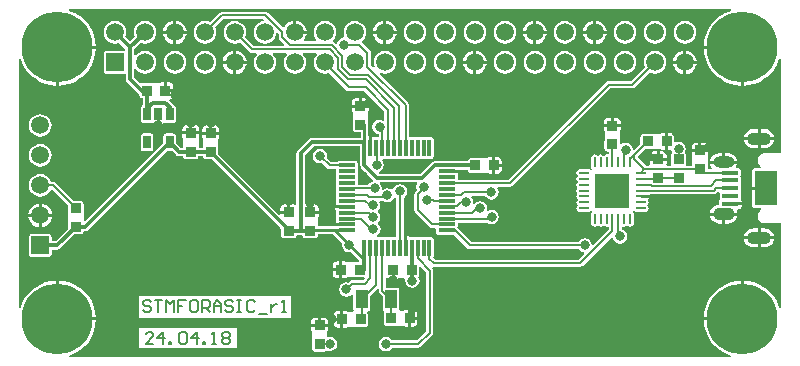
<source format=gtl>
G04 Layer_Physical_Order=1*
G04 Layer_Color=255*
%FSLAX44Y44*%
%MOMM*%
G71*
G01*
G75*
G04:AMPARAMS|DCode=10|XSize=0.9mm|YSize=0.8mm|CornerRadius=0.08mm|HoleSize=0mm|Usage=FLASHONLY|Rotation=90.000|XOffset=0mm|YOffset=0mm|HoleType=Round|Shape=RoundedRectangle|*
%AMROUNDEDRECTD10*
21,1,0.9000,0.6400,0,0,90.0*
21,1,0.7400,0.8000,0,0,90.0*
1,1,0.1600,0.3200,0.3700*
1,1,0.1600,0.3200,-0.3700*
1,1,0.1600,-0.3200,-0.3700*
1,1,0.1600,-0.3200,0.3700*
%
%ADD10ROUNDEDRECTD10*%
G04:AMPARAMS|DCode=11|XSize=0.9mm|YSize=0.8mm|CornerRadius=0.08mm|HoleSize=0mm|Usage=FLASHONLY|Rotation=0.000|XOffset=0mm|YOffset=0mm|HoleType=Round|Shape=RoundedRectangle|*
%AMROUNDEDRECTD11*
21,1,0.9000,0.6400,0,0,0.0*
21,1,0.7400,0.8000,0,0,0.0*
1,1,0.1600,0.3700,-0.3200*
1,1,0.1600,-0.3700,-0.3200*
1,1,0.1600,-0.3700,0.3200*
1,1,0.1600,0.3700,0.3200*
%
%ADD11ROUNDEDRECTD11*%
%ADD12R,1.4500X0.3000*%
%ADD13R,0.3000X1.4500*%
%ADD14O,0.2500X0.9000*%
%ADD15O,0.9000X0.2500*%
%ADD16R,3.0000X3.0000*%
%ADD17R,0.6500X1.1000*%
%ADD18R,1.0000X1.6000*%
%ADD19R,1.9000X2.9000*%
%ADD20R,1.3800X0.4000*%
%ADD21R,1.3800X0.4500*%
%ADD22C,0.2500*%
%ADD23C,0.3000*%
%ADD24C,0.2000*%
%ADD25C,0.1500*%
%ADD26C,1.5000*%
%ADD27R,1.5000X1.5000*%
%ADD28R,1.5000X1.5000*%
%ADD29O,2.0000X1.1000*%
%ADD30O,1.8000X1.1000*%
%ADD31O,1.8000X0.9500*%
%ADD32C,6.0000*%
%ADD33C,0.8000*%
G36*
X570488Y261181D02*
X569913Y261043D01*
X565182Y259083D01*
X560814Y256407D01*
X556920Y253080D01*
X553593Y249186D01*
X550917Y244818D01*
X548957Y240086D01*
X547761Y235106D01*
X547459Y231270D01*
X580000D01*
Y230000D01*
X581270D01*
Y197459D01*
X585106Y197761D01*
X590087Y198957D01*
X594818Y200917D01*
X599186Y203593D01*
X603080Y206920D01*
X606407Y210814D01*
X609083Y215182D01*
X611043Y219914D01*
X611181Y220488D01*
X612451Y220338D01*
Y140618D01*
X599050D01*
X598853Y140578D01*
X598653D01*
X597092Y140268D01*
X597092D01*
X596357Y139963D01*
X595034Y139079D01*
X594471Y138517D01*
X593587Y137194D01*
X593283Y136459D01*
X592972Y134898D01*
Y134102D01*
X592972Y134102D01*
X593283Y132542D01*
Y132541D01*
X593587Y131806D01*
X594471Y130483D01*
X595034Y129921D01*
X595290Y129749D01*
X595599Y128042D01*
X595455Y127840D01*
X590550D01*
X589560Y127643D01*
X588719Y127081D01*
X588158Y126241D01*
X587961Y125250D01*
Y112020D01*
X600051D01*
Y109480D01*
X587961D01*
Y96250D01*
X588158Y95259D01*
X588719Y94419D01*
X589560Y93857D01*
X590550Y93660D01*
X595455D01*
X595599Y93457D01*
X595290Y91751D01*
X595034Y91579D01*
X594471Y91017D01*
X593587Y89694D01*
X593283Y88959D01*
X592972Y87398D01*
Y86602D01*
X592972Y86602D01*
X593283Y85042D01*
Y85041D01*
X593587Y84306D01*
X594471Y82983D01*
X595034Y82421D01*
X596357Y81537D01*
X597092Y81232D01*
X598653Y80922D01*
X598854D01*
X599050Y80882D01*
X612451D01*
Y9662D01*
X611181Y9512D01*
X611043Y10086D01*
X609083Y14819D01*
X606407Y19186D01*
X603080Y23080D01*
X599186Y26407D01*
X594818Y29083D01*
X590087Y31043D01*
X585106Y32239D01*
X581270Y32541D01*
Y0D01*
X580000D01*
Y-1270D01*
X547459D01*
X547761Y-5106D01*
X548957Y-10086D01*
X550917Y-14819D01*
X553593Y-19186D01*
X556920Y-23080D01*
X560814Y-26407D01*
X565182Y-29083D01*
X569913Y-31043D01*
X570488Y-31181D01*
X570338Y-32451D01*
X9662D01*
X9512Y-31181D01*
X10086Y-31043D01*
X14819Y-29083D01*
X19186Y-26407D01*
X23080Y-23080D01*
X26407Y-19186D01*
X29083Y-14819D01*
X31043Y-10086D01*
X32239Y-5106D01*
X32541Y-1270D01*
X0D01*
Y0D01*
X-1270D01*
Y32541D01*
X-5106Y32239D01*
X-10086Y31043D01*
X-14819Y29083D01*
X-19186Y26407D01*
X-23080Y23080D01*
X-26407Y19186D01*
X-29083Y14819D01*
X-31043Y10086D01*
X-31181Y9512D01*
X-32451Y9662D01*
Y220338D01*
X-31181Y220488D01*
X-31043Y219914D01*
X-29083Y215182D01*
X-26407Y210814D01*
X-23080Y206920D01*
X-19186Y203593D01*
X-14819Y200917D01*
X-10086Y198957D01*
X-5106Y197761D01*
X-1270Y197459D01*
Y230000D01*
X0D01*
Y231270D01*
X32541D01*
X32239Y235106D01*
X31043Y240086D01*
X29083Y244818D01*
X26407Y249186D01*
X23080Y253080D01*
X19186Y256407D01*
X14819Y259083D01*
X10086Y261043D01*
X9512Y261181D01*
X9662Y262451D01*
X570338D01*
X570488Y261181D01*
D02*
G37*
%LPC*%
G36*
X542730Y149355D02*
X540300D01*
X538997Y149096D01*
X537892Y148358D01*
X537154Y147253D01*
X536895Y145950D01*
Y144020D01*
X542730D01*
Y149355D01*
D02*
G37*
G36*
X79250Y157039D02*
X72750D01*
X71970Y156884D01*
X71308Y156442D01*
X70866Y155780D01*
X70711Y155000D01*
Y144000D01*
X70866Y143220D01*
X71308Y142558D01*
X71970Y142116D01*
X72750Y141961D01*
X79250D01*
X80030Y142116D01*
X80692Y142558D01*
X81134Y143220D01*
X81289Y144000D01*
Y155000D01*
X81134Y155780D01*
X80692Y156442D01*
X80030Y156884D01*
X79250Y157039D01*
D02*
G37*
G36*
X547700Y149355D02*
X545270D01*
Y144020D01*
X551105D01*
Y145950D01*
X550846Y147253D01*
X550108Y148358D01*
X549003Y149096D01*
X547700Y149355D01*
D02*
G37*
G36*
X606493Y151480D02*
X595321D01*
Y144641D01*
X598550D01*
X600649Y144917D01*
X602605Y145727D01*
X604285Y147016D01*
X605573Y148695D01*
X606384Y150651D01*
X606493Y151480D01*
D02*
G37*
G36*
X592780D02*
X581608D01*
X581717Y150651D01*
X582528Y148695D01*
X583816Y147016D01*
X585496Y145727D01*
X587452Y144917D01*
X589551Y144641D01*
X592780D01*
Y151480D01*
D02*
G37*
G36*
X512450Y141855D02*
X510020D01*
Y136520D01*
X515855D01*
Y138450D01*
X515596Y139753D01*
X514858Y140858D01*
X513753Y141596D01*
X512450Y141855D01*
D02*
G37*
G36*
X372700Y137105D02*
X370770D01*
Y131270D01*
X376105D01*
Y133700D01*
X375846Y135003D01*
X375108Y136108D01*
X374003Y136846D01*
X372700Y137105D01*
D02*
G37*
G36*
X-14500Y148082D02*
X-16980Y147755D01*
X-19291Y146798D01*
X-21275Y145275D01*
X-22798Y143291D01*
X-23756Y140980D01*
X-24082Y138500D01*
X-23756Y136020D01*
X-22798Y133709D01*
X-21275Y131725D01*
X-19291Y130202D01*
X-16980Y129244D01*
X-14500Y128918D01*
X-12020Y129244D01*
X-9709Y130202D01*
X-7724Y131725D01*
X-6202Y133709D01*
X-5245Y136020D01*
X-4918Y138500D01*
X-5245Y140980D01*
X-6202Y143291D01*
X-7724Y145275D01*
X-9709Y146798D01*
X-12020Y147755D01*
X-14500Y148082D01*
D02*
G37*
G36*
X562780Y140103D02*
X559800D01*
X557897Y139852D01*
X556124Y139118D01*
X554601Y137949D01*
X553433Y136426D01*
X552698Y134653D01*
X552615Y134020D01*
X562780D01*
Y140103D01*
D02*
G37*
G36*
X507480Y141855D02*
X505050D01*
X503747Y141596D01*
X502642Y140858D01*
X501904Y139753D01*
X501645Y138450D01*
Y136520D01*
X507480D01*
Y141855D01*
D02*
G37*
G36*
X568301Y140103D02*
X565321D01*
Y134020D01*
X575486D01*
X575403Y134653D01*
X574668Y136426D01*
X573500Y137949D01*
X571977Y139118D01*
X570204Y139852D01*
X568301Y140103D01*
D02*
G37*
G36*
X592780Y160859D02*
X589551D01*
X587452Y160583D01*
X585496Y159773D01*
X583816Y158484D01*
X582528Y156805D01*
X581717Y154849D01*
X581608Y154020D01*
X592780D01*
Y160859D01*
D02*
G37*
G36*
X473450Y170355D02*
X471020D01*
Y165020D01*
X476855D01*
Y166950D01*
X476596Y168253D01*
X475858Y169358D01*
X474753Y170096D01*
X473450Y170355D01*
D02*
G37*
G36*
X468480D02*
X466050D01*
X464747Y170096D01*
X463642Y169358D01*
X462904Y168253D01*
X462645Y166950D01*
Y165020D01*
X468480D01*
Y170355D01*
D02*
G37*
G36*
X255230Y186855D02*
X252800D01*
X251497Y186596D01*
X250392Y185858D01*
X249654Y184753D01*
X249395Y183450D01*
Y181520D01*
X255230D01*
Y186855D01*
D02*
G37*
G36*
X94700Y200355D02*
X92770D01*
Y194520D01*
X98105D01*
Y196950D01*
X97846Y198253D01*
X97108Y199358D01*
X96003Y200096D01*
X94700Y200355D01*
D02*
G37*
G36*
X260200Y186855D02*
X257770D01*
Y181520D01*
X263605D01*
Y183450D01*
X263346Y184753D01*
X262608Y185858D01*
X261503Y186596D01*
X260200Y186855D01*
D02*
G37*
G36*
X116700Y164105D02*
X114270D01*
Y158770D01*
X120105D01*
Y160700D01*
X119846Y162003D01*
X119108Y163108D01*
X118003Y163846D01*
X116700Y164105D01*
D02*
G37*
G36*
X-14500Y173432D02*
X-16980Y173105D01*
X-19291Y172148D01*
X-21275Y170625D01*
X-22798Y168641D01*
X-23756Y166330D01*
X-24082Y163850D01*
X-23756Y161370D01*
X-22798Y159059D01*
X-21275Y157074D01*
X-19291Y155552D01*
X-16980Y154594D01*
X-14500Y154268D01*
X-12020Y154594D01*
X-9709Y155552D01*
X-7724Y157074D01*
X-6202Y159059D01*
X-5245Y161370D01*
X-4918Y163850D01*
X-5245Y166330D01*
X-6202Y168641D01*
X-7724Y170625D01*
X-9709Y172148D01*
X-12020Y173105D01*
X-14500Y173432D01*
D02*
G37*
G36*
X598550Y160859D02*
X595321D01*
Y154020D01*
X606493D01*
X606384Y154849D01*
X605573Y156805D01*
X604285Y158484D01*
X602605Y159773D01*
X600649Y160583D01*
X598550Y160859D01*
D02*
G37*
G36*
X128480Y163855D02*
X126050D01*
X124747Y163596D01*
X123642Y162858D01*
X122904Y161753D01*
X122645Y160450D01*
Y158520D01*
X128480D01*
Y163855D01*
D02*
G37*
G36*
X111730Y164105D02*
X109300D01*
X107997Y163846D01*
X106892Y163108D01*
X106154Y162003D01*
X105895Y160700D01*
Y158770D01*
X111730D01*
Y164105D01*
D02*
G37*
G36*
X133450Y163855D02*
X131020D01*
Y158520D01*
X136855D01*
Y160450D01*
X136596Y161753D01*
X135858Y162858D01*
X134753Y163596D01*
X133450Y163855D01*
D02*
G37*
G36*
X376105Y128730D02*
X370770D01*
Y122895D01*
X372700D01*
X374003Y123154D01*
X375108Y123892D01*
X375846Y124997D01*
X376105Y126300D01*
Y128730D01*
D02*
G37*
G36*
X1270Y32541D02*
Y1270D01*
X32541D01*
X32239Y5106D01*
X31043Y10086D01*
X29083Y14819D01*
X26407Y19186D01*
X23080Y23080D01*
X19186Y26407D01*
X14819Y29083D01*
X10086Y31043D01*
X5106Y32239D01*
X1270Y32541D01*
D02*
G37*
G36*
X239480Y6855D02*
X237550D01*
X236247Y6596D01*
X235142Y5858D01*
X234404Y4753D01*
X234145Y3450D01*
Y1020D01*
X239480D01*
Y6855D01*
D02*
G37*
G36*
X197377Y19247D02*
X68750D01*
Y584D01*
X197377D01*
Y19247D01*
D02*
G37*
G36*
X238730Y40480D02*
X233395D01*
Y38050D01*
X233654Y36747D01*
X234392Y35642D01*
X235497Y34904D01*
X236800Y34645D01*
X238730D01*
Y40480D01*
D02*
G37*
G36*
X301450Y7605D02*
X299520D01*
Y1770D01*
X304855D01*
Y4200D01*
X304596Y5503D01*
X303858Y6608D01*
X302753Y7346D01*
X301450Y7605D01*
D02*
G37*
G36*
X578730Y32541D02*
X574894Y32239D01*
X569913Y31043D01*
X565182Y29083D01*
X560814Y26407D01*
X556920Y23080D01*
X553593Y19186D01*
X550917Y14819D01*
X548957Y10086D01*
X547761Y5106D01*
X547459Y1270D01*
X578730D01*
Y32541D01*
D02*
G37*
G36*
X239480Y-1520D02*
X234145D01*
Y-3950D01*
X234404Y-5253D01*
X235142Y-6358D01*
X236247Y-7096D01*
X237550Y-7355D01*
X239480D01*
Y-1520D01*
D02*
G37*
G36*
X152250Y-7753D02*
X68750D01*
Y-24750D01*
X152250D01*
Y-7753D01*
D02*
G37*
G36*
X229105Y-6770D02*
X222000D01*
X214895D01*
Y-8700D01*
X215154Y-10003D01*
X215500Y-10521D01*
Y-17750D01*
X215500D01*
X215544Y-17803D01*
X215445Y-18300D01*
Y-24700D01*
X215662Y-25793D01*
X216281Y-26719D01*
X217208Y-27338D01*
X218300Y-27555D01*
X225700D01*
X226793Y-27338D01*
X227719Y-26719D01*
X228328Y-26598D01*
X228409Y-26652D01*
X230750Y-27118D01*
X233091Y-26652D01*
X235076Y-25326D01*
X236402Y-23341D01*
X236868Y-21000D01*
X236402Y-18659D01*
X235076Y-16674D01*
X233091Y-15348D01*
X230750Y-14883D01*
X229482Y-15135D01*
X228500Y-14329D01*
Y-10521D01*
X228846Y-10003D01*
X229105Y-8700D01*
Y-6770D01*
D02*
G37*
G36*
X225700Y1105D02*
X223270D01*
Y-4230D01*
X229105D01*
Y-2300D01*
X228846Y-997D01*
X228108Y108D01*
X227003Y846D01*
X225700Y1105D01*
D02*
G37*
G36*
X220730D02*
X218300D01*
X216997Y846D01*
X215892Y108D01*
X215154Y-997D01*
X214895Y-2300D01*
Y-4230D01*
X220730D01*
Y1105D01*
D02*
G37*
G36*
X304855Y-770D02*
X299520D01*
Y-6605D01*
X301450D01*
X302753Y-6346D01*
X303858Y-5608D01*
X304596Y-4503D01*
X304855Y-3200D01*
Y-770D01*
D02*
G37*
G36*
X575493Y87480D02*
X565321D01*
Y80641D01*
X567551D01*
X569649Y80917D01*
X571605Y81727D01*
X573285Y83016D01*
X574573Y84695D01*
X575383Y86651D01*
X575493Y87480D01*
D02*
G37*
G36*
X562780D02*
X552608D01*
X552718Y86651D01*
X553528Y84695D01*
X554816Y83016D01*
X556496Y81727D01*
X558452Y80917D01*
X560550Y80641D01*
X562780D01*
Y87480D01*
D02*
G37*
G36*
X-4541Y86430D02*
X-13230D01*
Y77741D01*
X-11879Y77918D01*
X-9437Y78930D01*
X-7339Y80539D01*
X-5730Y82637D01*
X-4718Y85079D01*
X-4541Y86430D01*
D02*
G37*
G36*
X194730Y97105D02*
X192300D01*
X190997Y96846D01*
X189892Y96108D01*
X189154Y95003D01*
X188895Y93700D01*
Y91770D01*
X194730D01*
Y97105D01*
D02*
G37*
G36*
X-13230Y97659D02*
Y88970D01*
X-4541D01*
X-4718Y90321D01*
X-5730Y92763D01*
X-7339Y94861D01*
X-9437Y96470D01*
X-11879Y97482D01*
X-13230Y97659D01*
D02*
G37*
G36*
X-15770D02*
X-17121Y97482D01*
X-19563Y96470D01*
X-21661Y94861D01*
X-23270Y92763D01*
X-24282Y90321D01*
X-24459Y88970D01*
X-15770D01*
Y97659D01*
D02*
G37*
G36*
X606493Y67480D02*
X595321D01*
Y60641D01*
X598550D01*
X600649Y60917D01*
X602605Y61727D01*
X604285Y63016D01*
X605573Y64695D01*
X606384Y66651D01*
X606493Y67480D01*
D02*
G37*
G36*
X592780D02*
X581608D01*
X581717Y66651D01*
X582528Y64695D01*
X583816Y63016D01*
X585496Y61727D01*
X587452Y60917D01*
X589551Y60641D01*
X592780D01*
Y67480D01*
D02*
G37*
G36*
X238730Y48855D02*
X236800D01*
X235497Y48596D01*
X234392Y47858D01*
X233654Y46753D01*
X233395Y45450D01*
Y43020D01*
X238730D01*
Y48855D01*
D02*
G37*
G36*
X-15770Y86430D02*
X-24459D01*
X-24282Y85079D01*
X-23270Y82637D01*
X-21661Y80539D01*
X-19563Y78930D01*
X-17121Y77918D01*
X-15770Y77741D01*
Y86430D01*
D02*
G37*
G36*
X598550Y76859D02*
X595321D01*
Y70020D01*
X606493D01*
X606384Y70849D01*
X605573Y72805D01*
X604285Y74484D01*
X602605Y75773D01*
X600649Y76583D01*
X598550Y76859D01*
D02*
G37*
G36*
X592780D02*
X589551D01*
X587452Y76583D01*
X585496Y75773D01*
X583816Y74484D01*
X582528Y72805D01*
X581717Y70849D01*
X581608Y70020D01*
X592780D01*
Y76859D01*
D02*
G37*
G36*
X32541Y228730D02*
X1270D01*
Y197459D01*
X5106Y197761D01*
X10086Y198957D01*
X14819Y200917D01*
X19186Y203593D01*
X23080Y206920D01*
X26407Y210814D01*
X29083Y215182D01*
X31043Y219914D01*
X32239Y224894D01*
X32541Y228730D01*
D02*
G37*
G36*
X302700Y252282D02*
X300220Y251956D01*
X297909Y250998D01*
X295925Y249475D01*
X294402Y247491D01*
X293445Y245180D01*
X293118Y242700D01*
X293445Y240220D01*
X294402Y237909D01*
X295925Y235924D01*
X297909Y234402D01*
X300220Y233444D01*
X302700Y233118D01*
X305180Y233444D01*
X307491Y234402D01*
X309475Y235924D01*
X310998Y237909D01*
X311956Y240220D01*
X312282Y242700D01*
X311956Y245180D01*
X310998Y247491D01*
X309475Y249475D01*
X307491Y250998D01*
X305180Y251956D01*
X302700Y252282D01*
D02*
G37*
G36*
X465059Y241430D02*
X456370D01*
Y232741D01*
X457721Y232918D01*
X460163Y233930D01*
X462261Y235539D01*
X463870Y237637D01*
X464882Y240079D01*
X465059Y241430D01*
D02*
G37*
G36*
X453830D02*
X445141D01*
X445318Y240079D01*
X446330Y237637D01*
X447939Y235539D01*
X450037Y233930D01*
X452479Y232918D01*
X453830Y232741D01*
Y241430D01*
D02*
G37*
G36*
X378900Y252282D02*
X376420Y251956D01*
X374109Y250998D01*
X372125Y249475D01*
X370602Y247491D01*
X369645Y245180D01*
X369318Y242700D01*
X369645Y240220D01*
X370602Y237909D01*
X372125Y235924D01*
X374109Y234402D01*
X376420Y233444D01*
X378900Y233118D01*
X381380Y233444D01*
X383691Y234402D01*
X385676Y235924D01*
X387198Y237909D01*
X388156Y240220D01*
X388482Y242700D01*
X388156Y245180D01*
X387198Y247491D01*
X385676Y249475D01*
X383691Y250998D01*
X381380Y251956D01*
X378900Y252282D01*
D02*
G37*
G36*
X353500D02*
X351020Y251956D01*
X348709Y250998D01*
X346725Y249475D01*
X345202Y247491D01*
X344244Y245180D01*
X343918Y242700D01*
X344244Y240220D01*
X345202Y237909D01*
X346725Y235924D01*
X348709Y234402D01*
X351020Y233444D01*
X353500Y233118D01*
X355980Y233444D01*
X358291Y234402D01*
X360275Y235924D01*
X361798Y237909D01*
X362756Y240220D01*
X363082Y242700D01*
X362756Y245180D01*
X361798Y247491D01*
X360275Y249475D01*
X358291Y250998D01*
X355980Y251956D01*
X353500Y252282D01*
D02*
G37*
G36*
X328100D02*
X325620Y251956D01*
X323309Y250998D01*
X321325Y249475D01*
X319802Y247491D01*
X318845Y245180D01*
X318518Y242700D01*
X318845Y240220D01*
X319802Y237909D01*
X321325Y235924D01*
X323309Y234402D01*
X325620Y233444D01*
X328100Y233118D01*
X330580Y233444D01*
X332891Y234402D01*
X334875Y235924D01*
X336398Y237909D01*
X337355Y240220D01*
X337682Y242700D01*
X337355Y245180D01*
X336398Y247491D01*
X334875Y249475D01*
X332891Y250998D01*
X330580Y251956D01*
X328100Y252282D01*
D02*
G37*
G36*
X453830Y252659D02*
X452479Y252482D01*
X450037Y251470D01*
X447939Y249861D01*
X446330Y247763D01*
X445318Y245321D01*
X445141Y243970D01*
X453830D01*
Y252659D01*
D02*
G37*
G36*
X456370D02*
Y243970D01*
X465059D01*
X464882Y245321D01*
X463870Y247763D01*
X462261Y249861D01*
X460163Y251470D01*
X457721Y252482D01*
X456370Y252659D01*
D02*
G37*
G36*
X175999Y260309D02*
X175999Y260309D01*
X139450D01*
X139450Y260309D01*
X138279Y260076D01*
X137287Y259413D01*
X129112Y251238D01*
X127380Y251956D01*
X124900Y252282D01*
X122420Y251956D01*
X120109Y250998D01*
X118125Y249475D01*
X116602Y247491D01*
X115645Y245180D01*
X115318Y242700D01*
X115645Y240220D01*
X116602Y237909D01*
X118125Y235924D01*
X120109Y234402D01*
X122420Y233444D01*
X124900Y233118D01*
X127380Y233444D01*
X129691Y234402D01*
X131676Y235924D01*
X133198Y237909D01*
X134156Y240220D01*
X134482Y242700D01*
X134156Y245180D01*
X133438Y246912D01*
X140717Y254191D01*
X174425D01*
X175101Y253355D01*
X174655Y252144D01*
X173220Y251956D01*
X170909Y250998D01*
X168925Y249475D01*
X167402Y247491D01*
X166444Y245180D01*
X166118Y242700D01*
X166444Y240220D01*
X167402Y237909D01*
X168925Y235924D01*
X170909Y234402D01*
X173220Y233444D01*
X175700Y233118D01*
X178180Y233444D01*
X180491Y234402D01*
X182475Y235924D01*
X183998Y237909D01*
X184956Y240220D01*
X185182Y241945D01*
X186523Y242400D01*
X187541Y241382D01*
Y238351D01*
X187541Y238351D01*
X187774Y237180D01*
X188437Y236188D01*
X192193Y232432D01*
X191707Y231259D01*
X166017D01*
X158788Y238488D01*
X159505Y240220D01*
X159832Y242700D01*
X159505Y245180D01*
X158548Y247491D01*
X157025Y249475D01*
X155041Y250998D01*
X152730Y251956D01*
X150250Y252282D01*
X147770Y251956D01*
X145459Y250998D01*
X143475Y249475D01*
X141952Y247491D01*
X140995Y245180D01*
X140668Y242700D01*
X140995Y240220D01*
X141952Y237909D01*
X143475Y235924D01*
X145459Y234402D01*
X147770Y233444D01*
X150250Y233118D01*
X152730Y233444D01*
X154462Y234162D01*
X162587Y226037D01*
X162587Y226037D01*
X163579Y225374D01*
X164750Y225141D01*
X168424D01*
X168768Y223871D01*
X167402Y222091D01*
X166444Y219780D01*
X166118Y217300D01*
X166444Y214820D01*
X167402Y212509D01*
X168925Y210525D01*
X170909Y209002D01*
X173220Y208044D01*
X175700Y207718D01*
X178180Y208044D01*
X180491Y209002D01*
X182475Y210525D01*
X183998Y212509D01*
X184956Y214820D01*
X185282Y217300D01*
X184956Y219780D01*
X183998Y222091D01*
X182632Y223871D01*
X182976Y225141D01*
X193824D01*
X194168Y223871D01*
X192802Y222091D01*
X191845Y219780D01*
X191518Y217300D01*
X191845Y214820D01*
X192802Y212509D01*
X194325Y210525D01*
X196309Y209002D01*
X198620Y208044D01*
X201100Y207718D01*
X203580Y208044D01*
X205891Y209002D01*
X207875Y210525D01*
X209398Y212509D01*
X210355Y214820D01*
X210682Y217300D01*
X210355Y219780D01*
X209398Y222091D01*
X208032Y223871D01*
X208376Y225141D01*
X219224D01*
X219568Y223871D01*
X218202Y222091D01*
X217244Y219780D01*
X216918Y217300D01*
X217244Y214820D01*
X218202Y212509D01*
X219725Y210525D01*
X221709Y209002D01*
X224020Y208044D01*
X226500Y207718D01*
X228980Y208044D01*
X230137Y208524D01*
X244574Y194087D01*
X244574Y194087D01*
X245567Y193424D01*
X246737Y193191D01*
X259733D01*
X276941Y175983D01*
Y168263D01*
X275821Y167664D01*
X275091Y168152D01*
X272750Y168617D01*
X270409Y168152D01*
X268424Y166826D01*
X267098Y164841D01*
X266632Y162500D01*
X267098Y160159D01*
X268424Y158174D01*
X270409Y156848D01*
X271942Y156543D01*
Y154401D01*
X271500Y154039D01*
X268500D01*
X268130Y153966D01*
X267491Y154392D01*
X266500Y154590D01*
X266270D01*
Y144750D01*
X263730D01*
Y154590D01*
X263500D01*
X263314Y154743D01*
Y164750D01*
X263062Y166018D01*
X263055Y166028D01*
Y167450D01*
X262956Y167946D01*
X263000Y168000D01*
X263000D01*
Y175229D01*
X263346Y175747D01*
X263605Y177050D01*
Y178980D01*
X256500D01*
X249395D01*
Y177050D01*
X249654Y175747D01*
X250000Y175229D01*
Y168000D01*
X250000D01*
X250044Y167946D01*
X249945Y167450D01*
Y161050D01*
X250163Y159958D01*
X250781Y159031D01*
X251707Y158413D01*
X252800Y158195D01*
X256686D01*
Y153569D01*
X215750D01*
X214384Y153297D01*
X213227Y152523D01*
X203477Y142773D01*
X202703Y141616D01*
X202431Y140250D01*
Y97419D01*
X201161Y96740D01*
X201003Y96846D01*
X199700Y97105D01*
X197270D01*
Y90500D01*
X196000D01*
Y89230D01*
X188895D01*
Y88948D01*
X187625Y88422D01*
X136305Y139742D01*
Y144450D01*
X136206Y144946D01*
X136250Y145000D01*
X136250D01*
Y152229D01*
X136596Y152747D01*
X136855Y154050D01*
Y155980D01*
X129750D01*
X122645D01*
Y154050D01*
X122904Y152747D01*
X123250Y152229D01*
Y145069D01*
X119500D01*
Y152479D01*
X119846Y152997D01*
X120105Y154300D01*
Y156230D01*
X105895D01*
Y154300D01*
X106154Y152997D01*
X106500Y152479D01*
Y145069D01*
X104478D01*
X100289Y149257D01*
Y155000D01*
X100134Y155780D01*
X99692Y156442D01*
X99030Y156884D01*
X98250Y157039D01*
X91750D01*
X90970Y156884D01*
X90308Y156442D01*
X89866Y155780D01*
X89711Y155000D01*
Y149257D01*
X23423Y82970D01*
X22250Y83456D01*
Y90500D01*
X22250D01*
X22246Y90505D01*
X22305Y90800D01*
Y97200D01*
X22088Y98293D01*
X21469Y99219D01*
X20543Y99838D01*
X19450Y100055D01*
X14021D01*
X-1187Y115263D01*
X-2180Y115926D01*
X-3350Y116159D01*
X-3350Y116159D01*
X-5484D01*
X-6202Y117891D01*
X-7724Y119875D01*
X-9709Y121398D01*
X-12020Y122355D01*
X-14500Y122682D01*
X-16980Y122355D01*
X-19291Y121398D01*
X-21275Y119875D01*
X-22798Y117891D01*
X-23756Y115580D01*
X-24082Y113100D01*
X-23756Y110620D01*
X-22798Y108309D01*
X-21275Y106325D01*
X-19291Y104802D01*
X-16980Y103845D01*
X-14500Y103518D01*
X-12020Y103845D01*
X-9709Y104802D01*
X-7724Y106325D01*
X-6202Y108309D01*
X-5686Y109555D01*
X-4311Y109735D01*
X9195Y96229D01*
Y90800D01*
X9254Y90505D01*
X9250Y90500D01*
X9250D01*
Y81750D01*
X9250D01*
X9294Y81697D01*
X9195Y81200D01*
Y76492D01*
X-1428Y65869D01*
X-4961D01*
Y69800D01*
X-5116Y70580D01*
X-5558Y71242D01*
X-6220Y71684D01*
X-7000Y71839D01*
X-22000D01*
X-22780Y71684D01*
X-23442Y71242D01*
X-23884Y70580D01*
X-24039Y69800D01*
Y54800D01*
X-23884Y54020D01*
X-23442Y53358D01*
X-22780Y52916D01*
X-22000Y52761D01*
X-7000D01*
X-6220Y52916D01*
X-5558Y53358D01*
X-5116Y54020D01*
X-4961Y54800D01*
Y58731D01*
X50D01*
X1416Y59003D01*
X2573Y59777D01*
X14742Y71945D01*
X19450D01*
X20543Y72162D01*
X21469Y72781D01*
X22088Y73707D01*
X22232Y74431D01*
X23500D01*
X24866Y74703D01*
X26023Y75477D01*
X92507Y141961D01*
X97492D01*
X100477Y138977D01*
X101634Y138203D01*
X103000Y137931D01*
X106518D01*
X106663Y137207D01*
X107281Y136281D01*
X108208Y135662D01*
X109300Y135445D01*
X116700D01*
X117793Y135662D01*
X118719Y136281D01*
X119338Y137207D01*
X119481Y137931D01*
X123219D01*
X123413Y136958D01*
X124031Y136031D01*
X124958Y135413D01*
X126050Y135195D01*
X130758D01*
X189445Y76508D01*
Y71300D01*
X189662Y70208D01*
X190281Y69281D01*
X191208Y68662D01*
X192300Y68445D01*
X199700D01*
X200793Y68662D01*
X201719Y69281D01*
X202337Y70208D01*
X202481Y70931D01*
X207519D01*
X207663Y70208D01*
X208281Y69281D01*
X209207Y68662D01*
X210300Y68445D01*
X217700D01*
X218792Y68662D01*
X219719Y69281D01*
X220338Y70208D01*
X220555Y71300D01*
Y71686D01*
X233377D01*
X241245Y63819D01*
X241007Y62625D01*
X241473Y60284D01*
X242799Y58299D01*
X244784Y56973D01*
X247125Y56507D01*
X248319Y56745D01*
X255489Y49575D01*
X254963Y48305D01*
X252800D01*
X252304Y48206D01*
X252250Y48250D01*
Y48250D01*
X245021D01*
X244503Y48596D01*
X243200Y48855D01*
X241270D01*
Y41750D01*
Y34645D01*
X243200D01*
X244503Y34904D01*
X245021Y35250D01*
X252250D01*
Y35250D01*
X252304Y35294D01*
X252800Y35195D01*
X259200D01*
X259666Y35288D01*
X260292Y34117D01*
X258983Y32809D01*
X249500D01*
X248330Y32576D01*
X247337Y31913D01*
X247337Y31913D01*
X246245Y30820D01*
X244750Y31117D01*
X242409Y30652D01*
X240424Y29326D01*
X239098Y27341D01*
X238633Y25000D01*
X239098Y22659D01*
X240424Y20674D01*
X242409Y19348D01*
X244750Y18882D01*
X247091Y19348D01*
X249076Y20674D01*
X249191Y20846D01*
X250461Y20461D01*
Y8500D01*
X250616Y7720D01*
X250749Y7520D01*
X250156Y6250D01*
X245771D01*
X245253Y6596D01*
X243950Y6855D01*
X242020D01*
Y-250D01*
Y-7355D01*
X243950D01*
X245253Y-7096D01*
X245771Y-6750D01*
X253000D01*
Y-6750D01*
X253053Y-6706D01*
X253550Y-6805D01*
X259950D01*
X261042Y-6587D01*
X261969Y-5969D01*
X262588Y-5042D01*
X262805Y-3950D01*
Y3450D01*
X262588Y4543D01*
X262154Y5191D01*
X262396Y6077D01*
X262691Y6499D01*
X263280Y6616D01*
X263942Y7058D01*
X264384Y7720D01*
X264539Y8500D01*
Y19213D01*
X270768Y25443D01*
X271942Y24957D01*
Y24000D01*
X271942Y24000D01*
X272174Y22829D01*
X272838Y21837D01*
X275461Y19213D01*
Y8500D01*
X275616Y7720D01*
X276058Y7058D01*
X276117Y7019D01*
X276501Y5544D01*
X276467Y5374D01*
X276413Y5293D01*
X276195Y4200D01*
Y-3200D01*
X276413Y-4293D01*
X277031Y-5219D01*
X277957Y-5838D01*
X279050Y-6055D01*
X285450D01*
X285946Y-5956D01*
X286000Y-6000D01*
Y-6000D01*
X293229D01*
X293747Y-6346D01*
X295050Y-6605D01*
X296980D01*
Y500D01*
Y7605D01*
X295050D01*
X293747Y7346D01*
X293229Y7000D01*
X290431D01*
X290221Y7144D01*
X289493Y8270D01*
X289539Y8500D01*
Y24500D01*
X289384Y25280D01*
X288942Y25942D01*
X288280Y26384D01*
X287500Y26539D01*
X278059D01*
Y34277D01*
X279329Y34850D01*
X279997Y34404D01*
X281300Y34145D01*
X283230D01*
Y41250D01*
X285770D01*
Y34145D01*
X287700D01*
X289003Y34404D01*
X289521Y34750D01*
X293829D01*
X294635Y33768D01*
X294382Y32500D01*
X294848Y30159D01*
X296174Y28174D01*
X298159Y26848D01*
X300500Y26382D01*
X302841Y26848D01*
X304826Y28174D01*
X306152Y30159D01*
X306618Y32500D01*
X306152Y34841D01*
X305712Y35499D01*
X305719Y35531D01*
X306338Y36458D01*
X306555Y37550D01*
Y43573D01*
X307825Y44099D01*
X312191Y39733D01*
Y-10483D01*
X304483Y-18191D01*
X283422D01*
X282576Y-16924D01*
X280591Y-15598D01*
X278250Y-15132D01*
X275909Y-15598D01*
X273924Y-16924D01*
X272598Y-18909D01*
X272132Y-21250D01*
X272598Y-23591D01*
X273924Y-25576D01*
X275909Y-26902D01*
X278250Y-27367D01*
X280591Y-26902D01*
X282576Y-25576D01*
X283422Y-24309D01*
X305750D01*
X305750Y-24309D01*
X306921Y-24076D01*
X307913Y-23413D01*
X317413Y-13913D01*
X318076Y-12921D01*
X318309Y-11750D01*
Y41000D01*
X318309Y41000D01*
X318076Y42171D01*
X317413Y43162D01*
X317414Y43165D01*
X318039Y44333D01*
X318750Y44191D01*
X318750Y44191D01*
X442500D01*
X442500Y44191D01*
X443671Y44424D01*
X444663Y45087D01*
X469169Y69593D01*
X470547Y69175D01*
X470848Y67659D01*
X472174Y65674D01*
X474159Y64348D01*
X476500Y63882D01*
X478841Y64348D01*
X480826Y65674D01*
X482152Y67659D01*
X482618Y70000D01*
X482152Y72341D01*
X480826Y74326D01*
X478841Y75652D01*
X478059Y75807D01*
Y77477D01*
X479329Y78320D01*
X480000Y78186D01*
X481268Y78439D01*
X482343Y79157D01*
X482657D01*
X483732Y78439D01*
X485000Y78186D01*
X486268Y78439D01*
X487343Y79157D01*
X488061Y80232D01*
X488314Y81500D01*
Y88000D01*
X488061Y89268D01*
X487343Y90343D01*
X487702Y91048D01*
X488407Y91407D01*
X489482Y90689D01*
X490750Y90436D01*
X497250D01*
X498518Y90689D01*
X499593Y91407D01*
X500311Y92482D01*
X500564Y93750D01*
X500311Y95018D01*
X499593Y96093D01*
Y96407D01*
X500311Y97482D01*
X500564Y98750D01*
X500311Y100018D01*
X499905Y100627D01*
X499982Y101018D01*
X500820Y102271D01*
X500862Y102480D01*
X494000D01*
Y105020D01*
X501153D01*
X501752Y105946D01*
X555750D01*
X556823Y106160D01*
X557733Y106767D01*
X558863Y107898D01*
X560112Y107779D01*
X560846Y106676D01*
X560811Y106500D01*
Y102000D01*
X560885Y101630D01*
X560458Y100991D01*
X560261Y100000D01*
Y96821D01*
X558452Y96583D01*
X556496Y95773D01*
X554816Y94484D01*
X553528Y92805D01*
X552718Y90849D01*
X552608Y90020D01*
X575493D01*
X575383Y90849D01*
X575056Y91640D01*
X575904Y92910D01*
X576651D01*
X577642Y93107D01*
X578482Y93669D01*
X579043Y94509D01*
X579240Y95500D01*
Y96480D01*
X569751D01*
Y99020D01*
X579240D01*
Y100000D01*
X579043Y100991D01*
X578616Y101630D01*
X578690Y102000D01*
Y106500D01*
X578535Y107280D01*
X578388Y107500D01*
X578535Y107720D01*
X578690Y108500D01*
Y113000D01*
X578535Y113780D01*
X578388Y114000D01*
X578535Y114220D01*
X578690Y115000D01*
Y119500D01*
X578535Y120280D01*
X578304Y120625D01*
X578535Y120970D01*
X578690Y121750D01*
Y125750D01*
X578535Y126530D01*
X578092Y127192D01*
X577431Y127634D01*
X576651Y127789D01*
X575118D01*
X574557Y128928D01*
X574668Y129073D01*
X575403Y130847D01*
X575486Y131480D01*
X552615D01*
X552698Y130847D01*
X553433Y129073D01*
X554196Y128079D01*
X553570Y126809D01*
X550555D01*
Y129950D01*
X550496Y130245D01*
X550500Y130250D01*
X550500D01*
Y137729D01*
X550846Y138247D01*
X551105Y139550D01*
Y141480D01*
X536895D01*
Y139550D01*
X537154Y138247D01*
X537500Y137729D01*
Y130250D01*
X536413Y129809D01*
X532500D01*
Y131500D01*
X532500D01*
X532456Y131553D01*
X532555Y132050D01*
Y138450D01*
X532337Y139543D01*
X531719Y140469D01*
X531559Y141270D01*
X531652Y141409D01*
X532118Y143750D01*
X531652Y146091D01*
X530326Y148076D01*
X528341Y149402D01*
X526000Y149867D01*
X523659Y149402D01*
X523475Y149279D01*
X522355Y149878D01*
Y153950D01*
X522096Y155253D01*
X521358Y156358D01*
X520253Y157096D01*
X518950Y157355D01*
X517020D01*
Y150250D01*
Y143145D01*
X518950D01*
X519082Y143171D01*
X520138Y142465D01*
X520348Y141409D01*
X520441Y141270D01*
X520281Y140469D01*
X519663Y139543D01*
X519445Y138450D01*
Y132050D01*
X519544Y131553D01*
X519500Y131500D01*
X519500D01*
Y129809D01*
X516497D01*
X516214Y130104D01*
X515662Y131079D01*
X515855Y132050D01*
Y133980D01*
X501645D01*
Y132050D01*
X501838Y131079D01*
X501286Y130104D01*
X501003Y129809D01*
X498267D01*
X491184Y136892D01*
Y137358D01*
X497521Y143695D01*
X502950D01*
X503245Y143754D01*
X503250Y143750D01*
Y143750D01*
X510729D01*
X511247Y143404D01*
X512550Y143145D01*
X514480D01*
Y150250D01*
Y157355D01*
X512550D01*
X511247Y157096D01*
X510729Y156750D01*
X503250D01*
Y156750D01*
X503245Y156746D01*
X502950Y156805D01*
X496550D01*
X495457Y156587D01*
X494531Y155969D01*
X493913Y155042D01*
X493695Y153950D01*
Y148521D01*
X488599Y143424D01*
X487245Y143867D01*
X486902Y145591D01*
X485576Y147576D01*
X483591Y148902D01*
X481250Y149368D01*
X478909Y148902D01*
X477575Y148011D01*
X476305Y148689D01*
Y150950D01*
X476246Y151245D01*
X476250Y151250D01*
X476250D01*
Y158729D01*
X476596Y159247D01*
X476855Y160550D01*
Y162480D01*
X462645D01*
Y160550D01*
X462904Y159247D01*
X463250Y158729D01*
Y151250D01*
X463250D01*
X463254Y151245D01*
X463195Y150950D01*
Y144550D01*
X463413Y143457D01*
X464031Y142531D01*
X464958Y141912D01*
X466050Y141695D01*
X466691D01*
Y140190D01*
X465421Y139230D01*
X465000Y139314D01*
X463732Y139061D01*
X462657Y138343D01*
X462343D01*
X461268Y139061D01*
X460000Y139314D01*
X458732Y139061D01*
X457657Y138343D01*
X457343D01*
X456268Y139061D01*
X455000Y139314D01*
X453732Y139061D01*
X452657Y138343D01*
X451939Y137268D01*
X451686Y136000D01*
Y129500D01*
X451939Y128232D01*
X452657Y127157D01*
X452297Y126453D01*
X451593Y126093D01*
X450518Y126811D01*
X449250Y127064D01*
X442750D01*
X441482Y126811D01*
X440407Y126093D01*
X439689Y125018D01*
X439436Y123750D01*
X439689Y122482D01*
X440407Y121407D01*
Y121093D01*
X439689Y120018D01*
X439436Y118750D01*
X439689Y117482D01*
X440407Y116407D01*
Y116093D01*
X439689Y115018D01*
X439436Y113750D01*
X439689Y112482D01*
X439846Y112246D01*
X440331Y111250D01*
X439846Y110254D01*
X439689Y110018D01*
X439436Y108750D01*
X439689Y107482D01*
X439846Y107246D01*
X440331Y106250D01*
X439846Y105254D01*
X439689Y105018D01*
X439436Y103750D01*
X439689Y102482D01*
X440407Y101407D01*
Y101093D01*
X439689Y100018D01*
X439436Y98750D01*
X439689Y97482D01*
X440407Y96407D01*
Y96093D01*
X439689Y95018D01*
X439436Y93750D01*
X439689Y92482D01*
X440407Y91407D01*
X441482Y90689D01*
X442750Y90436D01*
X449250D01*
X450518Y90689D01*
X451593Y91407D01*
X452297Y91047D01*
X452657Y90343D01*
X451939Y89268D01*
X451686Y88000D01*
Y81500D01*
X451939Y80232D01*
X452657Y79157D01*
X453732Y78439D01*
X455000Y78186D01*
X456268Y78439D01*
X457343Y79157D01*
X457657D01*
X458732Y78439D01*
X460000Y78186D01*
X461268Y78439D01*
X462343Y79157D01*
X462657D01*
X463732Y78439D01*
X465000Y78186D01*
X465671Y78320D01*
X466941Y77477D01*
Y76017D01*
X453790Y62866D01*
X452412Y63284D01*
X452152Y64591D01*
X450826Y66576D01*
X448841Y67902D01*
X446500Y68368D01*
X444159Y67902D01*
X442174Y66576D01*
X441328Y65309D01*
X350517D01*
X338968Y76858D01*
X338884Y77280D01*
X338737Y77500D01*
X338884Y77720D01*
X339039Y78500D01*
Y81441D01*
X364147D01*
X365409Y80598D01*
X367750Y80133D01*
X370091Y80598D01*
X372076Y81924D01*
X373402Y83909D01*
X373867Y86250D01*
X373402Y88591D01*
X372076Y90576D01*
X370091Y91902D01*
X367750Y92367D01*
X365409Y91902D01*
X364701Y91429D01*
X363558Y92192D01*
X363867Y93750D01*
X363402Y96091D01*
X362076Y98076D01*
X360091Y99402D01*
X357750Y99867D01*
X355409Y99402D01*
X353424Y98076D01*
X353146Y97659D01*
X351949Y98154D01*
X352118Y99000D01*
X351652Y101341D01*
X350596Y102921D01*
X351142Y104191D01*
X362328D01*
X363174Y102924D01*
X365159Y101598D01*
X367500Y101132D01*
X369841Y101598D01*
X371826Y102924D01*
X373152Y104909D01*
X373618Y107250D01*
X373152Y109591D01*
X372430Y110671D01*
X373109Y111941D01*
X383500D01*
X383500Y111941D01*
X384670Y112174D01*
X385663Y112837D01*
X468017Y195191D01*
X486850D01*
X486850Y195191D01*
X488021Y195424D01*
X489013Y196087D01*
X501688Y208762D01*
X503420Y208044D01*
X505900Y207718D01*
X508380Y208044D01*
X510691Y209002D01*
X512676Y210525D01*
X514198Y212509D01*
X515155Y214820D01*
X515482Y217300D01*
X515155Y219780D01*
X514198Y222091D01*
X512676Y224075D01*
X510691Y225598D01*
X508380Y226556D01*
X505900Y226882D01*
X503420Y226556D01*
X501109Y225598D01*
X499125Y224075D01*
X497602Y222091D01*
X496645Y219780D01*
X496318Y217300D01*
X496645Y214820D01*
X497362Y213088D01*
X485583Y201309D01*
X466750D01*
X466750Y201309D01*
X465579Y201076D01*
X464587Y200413D01*
X382233Y118059D01*
X339402D01*
X339039Y118500D01*
Y121500D01*
X338966Y121870D01*
X339393Y122509D01*
X339590Y123500D01*
Y123730D01*
X329750D01*
Y126270D01*
X339590D01*
Y126431D01*
X347445D01*
Y126300D01*
X347662Y125208D01*
X348281Y124281D01*
X349207Y123663D01*
X350300Y123445D01*
X356700D01*
X357196Y123544D01*
X357250Y123500D01*
Y123500D01*
X364479D01*
X364997Y123154D01*
X366300Y122895D01*
X368230D01*
Y130000D01*
Y137105D01*
X366300D01*
X364997Y136846D01*
X364479Y136500D01*
X357250D01*
Y136500D01*
X357196Y136456D01*
X356700Y136555D01*
X350300D01*
X349207Y136337D01*
X348281Y135719D01*
X347662Y134792D01*
X347445Y133700D01*
Y133569D01*
X329750D01*
X329750Y133569D01*
X329749Y133568D01*
X319500D01*
X318134Y133297D01*
X316977Y132523D01*
X307522Y123069D01*
X272782D01*
X272422Y123523D01*
X272485Y123985D01*
X272856Y125022D01*
X274589Y126181D01*
X275915Y128165D01*
X276381Y130506D01*
X275915Y132847D01*
X275018Y134191D01*
X275696Y135461D01*
X276500D01*
X277281Y135616D01*
X277500Y135763D01*
X277720Y135616D01*
X278500Y135461D01*
X281500D01*
X282281Y135616D01*
X282500Y135763D01*
X282720Y135616D01*
X283500Y135461D01*
X286500D01*
X287281Y135616D01*
X287500Y135763D01*
X287720Y135616D01*
X288500Y135461D01*
X291500D01*
X292280Y135616D01*
X292500Y135763D01*
X292720Y135616D01*
X293500Y135461D01*
X296500D01*
X297281Y135616D01*
X297500Y135763D01*
X297720Y135616D01*
X298500Y135461D01*
X301500D01*
X302280Y135616D01*
X302500Y135763D01*
X302720Y135616D01*
X303500Y135461D01*
X306500D01*
X307281Y135616D01*
X307500Y135763D01*
X307720Y135616D01*
X308500Y135461D01*
X311500D01*
X312280Y135616D01*
X312500Y135763D01*
X312720Y135616D01*
X313500Y135461D01*
X316500D01*
X317281Y135616D01*
X317942Y136058D01*
X318384Y136720D01*
X318540Y137500D01*
Y152000D01*
X318384Y152780D01*
X317942Y153442D01*
X317281Y153884D01*
X316500Y154039D01*
X313500D01*
X312720Y153884D01*
X312500Y153737D01*
X312280Y153884D01*
X311500Y154039D01*
X308500D01*
X307720Y153884D01*
X307500Y153737D01*
X307281Y153884D01*
X306500Y154039D01*
X303500D01*
X302720Y153884D01*
X302500Y153737D01*
X302280Y153884D01*
X301500Y154039D01*
X298500D01*
X298059Y154401D01*
Y181000D01*
X297826Y182170D01*
X297163Y183162D01*
X272833Y207493D01*
X273552Y208570D01*
X274820Y208044D01*
X277300Y207718D01*
X279780Y208044D01*
X282091Y209002D01*
X284076Y210525D01*
X285598Y212509D01*
X286556Y214820D01*
X286882Y217300D01*
X286556Y219780D01*
X285598Y222091D01*
X284076Y224075D01*
X282091Y225598D01*
X279780Y226556D01*
X277300Y226882D01*
X274820Y226556D01*
X272509Y225598D01*
X270525Y224075D01*
X269002Y222091D01*
X268044Y219780D01*
X267718Y217300D01*
X268044Y214820D01*
X268570Y213552D01*
X267493Y212833D01*
X265409Y214917D01*
Y225400D01*
X265409Y225400D01*
X265176Y226570D01*
X264513Y227563D01*
X264513Y227563D01*
X258131Y233944D01*
X257965Y235418D01*
X258625Y235924D01*
X260148Y237909D01*
X261105Y240220D01*
X261432Y242700D01*
X261105Y245180D01*
X260148Y247491D01*
X258625Y249475D01*
X256641Y250998D01*
X254330Y251956D01*
X251850Y252282D01*
X249370Y251956D01*
X247059Y250998D01*
X245075Y249475D01*
X243552Y247491D01*
X242595Y245180D01*
X242268Y242700D01*
X242595Y240220D01*
X243006Y239227D01*
X242118Y238051D01*
X240171Y237663D01*
X238186Y236337D01*
X236860Y234352D01*
X236695Y233521D01*
X235479Y233153D01*
X234269Y234363D01*
X233765Y234699D01*
X233604Y235104D01*
X233490Y236046D01*
X233536Y236264D01*
X234798Y237909D01*
X235756Y240220D01*
X236082Y242700D01*
X235756Y245180D01*
X234798Y247491D01*
X233276Y249475D01*
X231291Y250998D01*
X228980Y251956D01*
X226500Y252282D01*
X224020Y251956D01*
X221709Y250998D01*
X219725Y249475D01*
X218202Y247491D01*
X217244Y245180D01*
X216918Y242700D01*
X217244Y240220D01*
X218202Y237909D01*
X219261Y236529D01*
X218635Y235259D01*
X209646D01*
X209020Y236529D01*
X209870Y237637D01*
X210882Y240079D01*
X211059Y241430D01*
X201100D01*
Y242700D01*
X199830D01*
Y252659D01*
X198479Y252482D01*
X196037Y251470D01*
X193939Y249861D01*
X192330Y247763D01*
X192030Y247038D01*
X190784Y246791D01*
X178162Y259413D01*
X177170Y260076D01*
X175999Y260309D01*
D02*
G37*
G36*
X414259Y241430D02*
X405570D01*
Y232741D01*
X406921Y232918D01*
X409363Y233930D01*
X411461Y235539D01*
X413070Y237637D01*
X414082Y240079D01*
X414259Y241430D01*
D02*
G37*
G36*
X403030D02*
X394341D01*
X394518Y240079D01*
X395530Y237637D01*
X397139Y235539D01*
X399237Y233930D01*
X401679Y232918D01*
X403030Y232741D01*
Y241430D01*
D02*
G37*
G36*
X287259D02*
X278570D01*
Y232741D01*
X279921Y232918D01*
X282363Y233930D01*
X284461Y235539D01*
X286070Y237637D01*
X287082Y240079D01*
X287259Y241430D01*
D02*
G37*
G36*
X202370Y252659D02*
Y243970D01*
X211059D01*
X210882Y245321D01*
X209870Y247763D01*
X208261Y249861D01*
X206163Y251470D01*
X203721Y252482D01*
X202370Y252659D01*
D02*
G37*
G36*
X100770D02*
Y243970D01*
X109459D01*
X109282Y245321D01*
X108270Y247763D01*
X106661Y249861D01*
X104563Y251470D01*
X102121Y252482D01*
X100770Y252659D01*
D02*
G37*
G36*
X98230D02*
X96879Y252482D01*
X94437Y251470D01*
X92339Y249861D01*
X90730Y247763D01*
X89719Y245321D01*
X89541Y243970D01*
X98230D01*
Y252659D01*
D02*
G37*
G36*
X403030D02*
X401679Y252482D01*
X399237Y251470D01*
X397139Y249861D01*
X395530Y247763D01*
X394518Y245321D01*
X394341Y243970D01*
X403030D01*
Y252659D01*
D02*
G37*
G36*
X278570D02*
Y243970D01*
X287259D01*
X287082Y245321D01*
X286070Y247763D01*
X284461Y249861D01*
X282363Y251470D01*
X279921Y252482D01*
X278570Y252659D01*
D02*
G37*
G36*
X276030D02*
X274679Y252482D01*
X272237Y251470D01*
X270139Y249861D01*
X268530Y247763D01*
X267518Y245321D01*
X267341Y243970D01*
X276030D01*
Y252659D01*
D02*
G37*
G36*
X405570D02*
Y243970D01*
X414259D01*
X414082Y245321D01*
X413070Y247763D01*
X411461Y249861D01*
X409363Y251470D01*
X406921Y252482D01*
X405570Y252659D01*
D02*
G37*
G36*
X480500Y252282D02*
X478020Y251956D01*
X475709Y250998D01*
X473725Y249475D01*
X472202Y247491D01*
X471245Y245180D01*
X470918Y242700D01*
X471245Y240220D01*
X472202Y237909D01*
X473725Y235924D01*
X475709Y234402D01*
X478020Y233444D01*
X480500Y233118D01*
X482980Y233444D01*
X485291Y234402D01*
X487276Y235924D01*
X488798Y237909D01*
X489756Y240220D01*
X490082Y242700D01*
X489756Y245180D01*
X488798Y247491D01*
X487276Y249475D01*
X485291Y250998D01*
X482980Y251956D01*
X480500Y252282D01*
D02*
G37*
G36*
X429650D02*
X427170Y251956D01*
X424859Y250998D01*
X422874Y249475D01*
X421352Y247491D01*
X420395Y245180D01*
X420068Y242700D01*
X420395Y240220D01*
X421352Y237909D01*
X422874Y235924D01*
X424859Y234402D01*
X427170Y233444D01*
X429650Y233118D01*
X432130Y233444D01*
X434441Y234402D01*
X436425Y235924D01*
X437948Y237909D01*
X438905Y240220D01*
X439232Y242700D01*
X438905Y245180D01*
X437948Y247491D01*
X436425Y249475D01*
X434441Y250998D01*
X432130Y251956D01*
X429650Y252282D01*
D02*
G37*
G36*
X74100D02*
X71620Y251956D01*
X69309Y250998D01*
X67325Y249475D01*
X65802Y247491D01*
X64844Y245180D01*
X64518Y242700D01*
X64844Y240220D01*
X65409Y238856D01*
X61500Y234947D01*
X57449Y238998D01*
X57955Y240220D01*
X58282Y242700D01*
X57955Y245180D01*
X56998Y247491D01*
X55476Y249475D01*
X53491Y250998D01*
X51180Y251956D01*
X48700Y252282D01*
X46220Y251956D01*
X43909Y250998D01*
X41925Y249475D01*
X40402Y247491D01*
X39444Y245180D01*
X39118Y242700D01*
X39444Y240220D01*
X40402Y237909D01*
X41925Y235924D01*
X43909Y234402D01*
X46220Y233444D01*
X48700Y233118D01*
X51180Y233444D01*
X52402Y233951D01*
X57635Y228718D01*
X57625Y227515D01*
X56583Y226763D01*
X56200Y226839D01*
X41200D01*
X40420Y226684D01*
X39758Y226242D01*
X39316Y225580D01*
X39161Y224800D01*
Y209800D01*
X39316Y209020D01*
X39758Y208358D01*
X40420Y207916D01*
X41200Y207761D01*
X56200D01*
X56661Y207853D01*
X57623Y207313D01*
X57931Y207024D01*
Y203000D01*
X58203Y201634D01*
X58977Y200477D01*
X69445Y190008D01*
Y189550D01*
X69662Y188458D01*
X70281Y187531D01*
X71207Y186912D01*
X72300Y186695D01*
X72431D01*
Y180976D01*
X71970Y180884D01*
X71308Y180442D01*
X70866Y179780D01*
X70711Y179000D01*
Y168000D01*
X70866Y167220D01*
X71308Y166558D01*
X71970Y166116D01*
X72750Y165961D01*
X79250D01*
X80030Y166116D01*
X80323Y166312D01*
X80419Y166169D01*
X81259Y165607D01*
X82250Y165410D01*
X84230D01*
Y173500D01*
X86770D01*
Y165410D01*
X88750D01*
X89741Y165607D01*
X90581Y166169D01*
X90677Y166312D01*
X90970Y166116D01*
X91750Y165961D01*
X98250D01*
X99030Y166116D01*
X99692Y166558D01*
X100134Y167220D01*
X100289Y168000D01*
Y179000D01*
X100134Y179780D01*
X99692Y180442D01*
X99030Y180884D01*
X98250Y181039D01*
X98181D01*
X97523Y182023D01*
X94672Y184875D01*
X94680Y185220D01*
X95115Y186227D01*
X96003Y186404D01*
X97108Y187142D01*
X97846Y188247D01*
X98105Y189550D01*
Y191980D01*
X91500D01*
Y193250D01*
X90230D01*
Y200355D01*
X88300D01*
X86997Y200096D01*
X86479Y199750D01*
X79250D01*
Y199750D01*
X79197Y199706D01*
X78700Y199805D01*
X72300D01*
X71207Y199587D01*
X70459Y199088D01*
X65069Y204478D01*
Y211378D01*
X66339Y211810D01*
X67325Y210525D01*
X69309Y209002D01*
X71620Y208044D01*
X74100Y207718D01*
X76580Y208044D01*
X78891Y209002D01*
X80876Y210525D01*
X82398Y212509D01*
X83356Y214820D01*
X83682Y217300D01*
X83356Y219780D01*
X82398Y222091D01*
X80876Y224075D01*
X78891Y225598D01*
X76580Y226556D01*
X74100Y226882D01*
X71620Y226556D01*
X69309Y225598D01*
X67325Y224075D01*
X66339Y222791D01*
X65069Y223222D01*
Y228422D01*
X70539Y233892D01*
X71620Y233444D01*
X74100Y233118D01*
X76580Y233444D01*
X78891Y234402D01*
X80876Y235924D01*
X82398Y237909D01*
X83356Y240220D01*
X83682Y242700D01*
X83356Y245180D01*
X82398Y247491D01*
X80876Y249475D01*
X78891Y250998D01*
X76580Y251956D01*
X74100Y252282D01*
D02*
G37*
G36*
X531300D02*
X528820Y251956D01*
X526509Y250998D01*
X524525Y249475D01*
X523002Y247491D01*
X522044Y245180D01*
X521718Y242700D01*
X522044Y240220D01*
X523002Y237909D01*
X524525Y235924D01*
X526509Y234402D01*
X528820Y233444D01*
X531300Y233118D01*
X533780Y233444D01*
X536091Y234402D01*
X538075Y235924D01*
X539598Y237909D01*
X540555Y240220D01*
X540882Y242700D01*
X540555Y245180D01*
X539598Y247491D01*
X538075Y249475D01*
X536091Y250998D01*
X533780Y251956D01*
X531300Y252282D01*
D02*
G37*
G36*
X505900D02*
X503420Y251956D01*
X501109Y250998D01*
X499125Y249475D01*
X497602Y247491D01*
X496645Y245180D01*
X496318Y242700D01*
X496645Y240220D01*
X497602Y237909D01*
X499125Y235924D01*
X501109Y234402D01*
X503420Y233444D01*
X505900Y233118D01*
X508380Y233444D01*
X510691Y234402D01*
X512676Y235924D01*
X514198Y237909D01*
X515155Y240220D01*
X515482Y242700D01*
X515155Y245180D01*
X514198Y247491D01*
X512676Y249475D01*
X510691Y250998D01*
X508380Y251956D01*
X505900Y252282D01*
D02*
G37*
G36*
X276030Y241430D02*
X267341D01*
X267518Y240079D01*
X268530Y237637D01*
X270139Y235539D01*
X272237Y233930D01*
X274679Y232918D01*
X276030Y232741D01*
Y241430D01*
D02*
G37*
G36*
X124900Y226882D02*
X122420Y226556D01*
X120109Y225598D01*
X118125Y224075D01*
X116602Y222091D01*
X115645Y219780D01*
X115318Y217300D01*
X115645Y214820D01*
X116602Y212509D01*
X118125Y210525D01*
X120109Y209002D01*
X122420Y208044D01*
X124900Y207718D01*
X127380Y208044D01*
X129691Y209002D01*
X131676Y210525D01*
X133198Y212509D01*
X134156Y214820D01*
X134482Y217300D01*
X134156Y219780D01*
X133198Y222091D01*
X131676Y224075D01*
X129691Y225598D01*
X127380Y226556D01*
X124900Y226882D01*
D02*
G37*
G36*
X99500D02*
X97020Y226556D01*
X94709Y225598D01*
X92725Y224075D01*
X91202Y222091D01*
X90245Y219780D01*
X89918Y217300D01*
X90245Y214820D01*
X91202Y212509D01*
X92725Y210525D01*
X94709Y209002D01*
X97020Y208044D01*
X99500Y207718D01*
X101980Y208044D01*
X104291Y209002D01*
X106276Y210525D01*
X107798Y212509D01*
X108756Y214820D01*
X109082Y217300D01*
X108756Y219780D01*
X107798Y222091D01*
X106276Y224075D01*
X104291Y225598D01*
X101980Y226556D01*
X99500Y226882D01*
D02*
G37*
G36*
X541259Y216030D02*
X532570D01*
Y207341D01*
X533921Y207518D01*
X536363Y208530D01*
X538461Y210139D01*
X540070Y212237D01*
X541082Y214679D01*
X541259Y216030D01*
D02*
G37*
G36*
X378900Y226882D02*
X376420Y226556D01*
X374109Y225598D01*
X372125Y224075D01*
X370602Y222091D01*
X369645Y219780D01*
X369318Y217300D01*
X369645Y214820D01*
X370602Y212509D01*
X372125Y210525D01*
X374109Y209002D01*
X376420Y208044D01*
X378900Y207718D01*
X381380Y208044D01*
X383691Y209002D01*
X385676Y210525D01*
X387198Y212509D01*
X388156Y214820D01*
X388482Y217300D01*
X388156Y219780D01*
X387198Y222091D01*
X385676Y224075D01*
X383691Y225598D01*
X381380Y226556D01*
X378900Y226882D01*
D02*
G37*
G36*
X328100D02*
X325620Y226556D01*
X323309Y225598D01*
X321325Y224075D01*
X319802Y222091D01*
X318845Y219780D01*
X318518Y217300D01*
X318845Y214820D01*
X319802Y212509D01*
X321325Y210525D01*
X323309Y209002D01*
X325620Y208044D01*
X328100Y207718D01*
X330580Y208044D01*
X332891Y209002D01*
X334875Y210525D01*
X336398Y212509D01*
X337355Y214820D01*
X337682Y217300D01*
X337355Y219780D01*
X336398Y222091D01*
X334875Y224075D01*
X332891Y225598D01*
X330580Y226556D01*
X328100Y226882D01*
D02*
G37*
G36*
X302700D02*
X300220Y226556D01*
X297909Y225598D01*
X295925Y224075D01*
X294402Y222091D01*
X293445Y219780D01*
X293118Y217300D01*
X293445Y214820D01*
X294402Y212509D01*
X295925Y210525D01*
X297909Y209002D01*
X300220Y208044D01*
X302700Y207718D01*
X305180Y208044D01*
X307491Y209002D01*
X309475Y210525D01*
X310998Y212509D01*
X311956Y214820D01*
X312282Y217300D01*
X311956Y219780D01*
X310998Y222091D01*
X309475Y224075D01*
X307491Y225598D01*
X305180Y226556D01*
X302700Y226882D01*
D02*
G37*
G36*
X160209Y216030D02*
X151520D01*
Y207341D01*
X152871Y207518D01*
X155313Y208530D01*
X157411Y210139D01*
X159020Y212237D01*
X160032Y214679D01*
X160209Y216030D01*
D02*
G37*
G36*
X148980D02*
X140291D01*
X140468Y214679D01*
X141480Y212237D01*
X143089Y210139D01*
X145187Y208530D01*
X147629Y207518D01*
X148980Y207341D01*
Y216030D01*
D02*
G37*
G36*
X578730Y228730D02*
X547459D01*
X547761Y224894D01*
X548957Y219914D01*
X550917Y215182D01*
X553593Y210814D01*
X556920Y206920D01*
X560814Y203593D01*
X565182Y200917D01*
X569913Y198957D01*
X574894Y197761D01*
X578730Y197459D01*
Y228730D01*
D02*
G37*
G36*
X530030Y216030D02*
X521341D01*
X521518Y214679D01*
X522530Y212237D01*
X524139Y210139D01*
X526237Y208530D01*
X528679Y207518D01*
X530030Y207341D01*
Y216030D01*
D02*
G37*
G36*
X363459D02*
X354770D01*
Y207341D01*
X356121Y207518D01*
X358563Y208530D01*
X360661Y210139D01*
X362270Y212237D01*
X363282Y214679D01*
X363459Y216030D01*
D02*
G37*
G36*
X352230D02*
X343541D01*
X343718Y214679D01*
X344730Y212237D01*
X346339Y210139D01*
X348437Y208530D01*
X350879Y207518D01*
X352230Y207341D01*
Y216030D01*
D02*
G37*
G36*
X530030Y227259D02*
X528679Y227082D01*
X526237Y226070D01*
X524139Y224461D01*
X522530Y222363D01*
X521518Y219921D01*
X521341Y218570D01*
X530030D01*
Y227259D01*
D02*
G37*
G36*
X354770D02*
Y218570D01*
X363459D01*
X363282Y219921D01*
X362270Y222363D01*
X360661Y224461D01*
X358563Y226070D01*
X356121Y227082D01*
X354770Y227259D01*
D02*
G37*
G36*
X352230D02*
X350879Y227082D01*
X348437Y226070D01*
X346339Y224461D01*
X344730Y222363D01*
X343718Y219921D01*
X343541Y218570D01*
X352230D01*
Y227259D01*
D02*
G37*
G36*
X109459Y241430D02*
X100770D01*
Y232741D01*
X102121Y232918D01*
X104563Y233930D01*
X106661Y235539D01*
X108270Y237637D01*
X109282Y240079D01*
X109459Y241430D01*
D02*
G37*
G36*
X98230D02*
X89541D01*
X89719Y240079D01*
X90730Y237637D01*
X92339Y235539D01*
X94437Y233930D01*
X96879Y232918D01*
X98230Y232741D01*
Y241430D01*
D02*
G37*
G36*
X532570Y227259D02*
Y218570D01*
X541259D01*
X541082Y219921D01*
X540070Y222363D01*
X538461Y224461D01*
X536363Y226070D01*
X533921Y227082D01*
X532570Y227259D01*
D02*
G37*
G36*
X455100Y226882D02*
X452620Y226556D01*
X450309Y225598D01*
X448325Y224075D01*
X446802Y222091D01*
X445844Y219780D01*
X445518Y217300D01*
X445844Y214820D01*
X446802Y212509D01*
X448325Y210525D01*
X450309Y209002D01*
X452620Y208044D01*
X455100Y207718D01*
X457580Y208044D01*
X459891Y209002D01*
X461875Y210525D01*
X463398Y212509D01*
X464356Y214820D01*
X464682Y217300D01*
X464356Y219780D01*
X463398Y222091D01*
X461875Y224075D01*
X459891Y225598D01*
X457580Y226556D01*
X455100Y226882D01*
D02*
G37*
G36*
X429650D02*
X427170Y226556D01*
X424859Y225598D01*
X422874Y224075D01*
X421352Y222091D01*
X420395Y219780D01*
X420068Y217300D01*
X420395Y214820D01*
X421352Y212509D01*
X422874Y210525D01*
X424859Y209002D01*
X427170Y208044D01*
X429650Y207718D01*
X432130Y208044D01*
X434441Y209002D01*
X436425Y210525D01*
X437948Y212509D01*
X438905Y214820D01*
X439232Y217300D01*
X438905Y219780D01*
X437948Y222091D01*
X436425Y224075D01*
X434441Y225598D01*
X432130Y226556D01*
X429650Y226882D01*
D02*
G37*
G36*
X404300D02*
X401820Y226556D01*
X399509Y225598D01*
X397525Y224075D01*
X396002Y222091D01*
X395045Y219780D01*
X394718Y217300D01*
X395045Y214820D01*
X396002Y212509D01*
X397525Y210525D01*
X399509Y209002D01*
X401820Y208044D01*
X404300Y207718D01*
X406780Y208044D01*
X409091Y209002D01*
X411076Y210525D01*
X412598Y212509D01*
X413555Y214820D01*
X413882Y217300D01*
X413555Y219780D01*
X412598Y222091D01*
X411076Y224075D01*
X409091Y225598D01*
X406780Y226556D01*
X404300Y226882D01*
D02*
G37*
G36*
X151520Y227259D02*
Y218570D01*
X160209D01*
X160032Y219921D01*
X159020Y222363D01*
X157411Y224461D01*
X155313Y226070D01*
X152871Y227082D01*
X151520Y227259D01*
D02*
G37*
G36*
X148980D02*
X147629Y227082D01*
X145187Y226070D01*
X143089Y224461D01*
X141480Y222363D01*
X140468Y219921D01*
X140291Y218570D01*
X148980D01*
Y227259D01*
D02*
G37*
G36*
X480500Y226882D02*
X478020Y226556D01*
X475709Y225598D01*
X473725Y224075D01*
X472202Y222091D01*
X471245Y219780D01*
X470918Y217300D01*
X471245Y214820D01*
X472202Y212509D01*
X473725Y210525D01*
X475709Y209002D01*
X478020Y208044D01*
X480500Y207718D01*
X482980Y208044D01*
X485291Y209002D01*
X487276Y210525D01*
X488798Y212509D01*
X489756Y214820D01*
X490082Y217300D01*
X489756Y219780D01*
X488798Y222091D01*
X487276Y224075D01*
X485291Y225598D01*
X482980Y226556D01*
X480500Y226882D01*
D02*
G37*
%LPD*%
G36*
X286406Y102204D02*
X286941Y101846D01*
Y69901D01*
X286500Y69539D01*
X283500D01*
X282720Y69384D01*
X282500Y69237D01*
X282281Y69384D01*
X281500Y69539D01*
X278500D01*
X277720Y69384D01*
X277500Y69237D01*
X277281Y69384D01*
X276500Y69539D01*
X273500D01*
X272720Y69384D01*
X272500Y69237D01*
X272281Y69384D01*
X271500Y69539D01*
X270924D01*
X270539Y70809D01*
X271839Y71678D01*
X273165Y73663D01*
X273631Y76004D01*
X273165Y78345D01*
X271839Y80330D01*
X271464Y80580D01*
Y81637D01*
X271626Y81999D01*
X272902Y83909D01*
X273368Y86250D01*
X272902Y88591D01*
X271576Y90576D01*
X271520Y90613D01*
Y91624D01*
X271665Y92043D01*
X272915Y93914D01*
X273381Y96255D01*
X272915Y98596D01*
X272594Y99076D01*
X273193Y100196D01*
X275516D01*
X277159Y99098D01*
X279500Y98632D01*
X281841Y99098D01*
X283826Y100424D01*
X285152Y102409D01*
X286406Y102204D01*
D02*
G37*
G36*
X256461Y144898D02*
X256432Y144750D01*
Y130106D01*
X256703Y128741D01*
X257477Y127583D01*
X267372Y117688D01*
X266954Y116310D01*
X266159Y116152D01*
X264174Y114826D01*
X263328Y113559D01*
X254540D01*
Y116500D01*
X254384Y117280D01*
X254237Y117500D01*
X254384Y117720D01*
X254540Y118500D01*
Y121500D01*
X254384Y122281D01*
X254238Y122500D01*
X254384Y122719D01*
X254540Y123500D01*
Y126500D01*
X254384Y127280D01*
X254237Y127500D01*
X254384Y127720D01*
X254540Y128500D01*
Y131500D01*
X254384Y132280D01*
X253942Y132942D01*
X253281Y133384D01*
X252500Y133539D01*
X238000D01*
X237220Y133384D01*
X236733Y133059D01*
X231767D01*
X228320Y136505D01*
X228618Y138000D01*
X228152Y140341D01*
X226826Y142326D01*
X224841Y143652D01*
X222500Y144117D01*
X220159Y143652D01*
X218174Y142326D01*
X216848Y140341D01*
X216383Y138000D01*
X216848Y135659D01*
X218174Y133674D01*
X220159Y132348D01*
X222500Y131882D01*
X223995Y132180D01*
X228337Y127837D01*
X229329Y127174D01*
X230500Y126941D01*
X230500Y126941D01*
X235599D01*
X235961Y126500D01*
Y123500D01*
X236116Y122719D01*
X236263Y122500D01*
X236116Y122281D01*
X235961Y121500D01*
Y118500D01*
X236116Y117720D01*
X236263Y117500D01*
X236116Y117280D01*
X235961Y116500D01*
Y113500D01*
X236116Y112719D01*
X236263Y112500D01*
X236116Y112281D01*
X235961Y111500D01*
Y108500D01*
X236116Y107720D01*
X236263Y107500D01*
X236116Y107280D01*
X235961Y106500D01*
Y103500D01*
X236116Y102719D01*
X236263Y102500D01*
X236116Y102281D01*
X235961Y101500D01*
Y98500D01*
X236035Y98130D01*
X235608Y97491D01*
X235411Y96500D01*
Y96270D01*
X245250D01*
Y93730D01*
X235411D01*
Y93500D01*
X235608Y92509D01*
X236035Y91870D01*
X235961Y91500D01*
Y88500D01*
X236116Y87720D01*
X236263Y87500D01*
X236116Y87280D01*
X235961Y86500D01*
Y83500D01*
X236035Y83130D01*
X235608Y82491D01*
X235411Y81500D01*
Y81270D01*
X245250D01*
Y78730D01*
X235411D01*
Y78500D01*
X235257Y78314D01*
X220500D01*
Y85479D01*
X220846Y85997D01*
X221105Y87300D01*
Y89230D01*
X214000D01*
Y90500D01*
X212730D01*
Y97105D01*
X210300D01*
X209569Y97706D01*
Y138772D01*
X217228Y146431D01*
X256461D01*
Y144898D01*
D02*
G37*
G36*
X304829Y114811D02*
X304348Y114091D01*
X303883Y111750D01*
X304348Y109409D01*
X304454Y109250D01*
X303087Y107882D01*
X302424Y106890D01*
X302191Y105719D01*
X302191Y105719D01*
Y92250D01*
X302191Y92250D01*
X302424Y91080D01*
X303087Y90087D01*
X315337Y77837D01*
X315337Y77837D01*
X316329Y77174D01*
X317500Y76941D01*
X317500Y76941D01*
X320098D01*
X320461Y76500D01*
Y73500D01*
X320616Y72720D01*
X321058Y72058D01*
X321720Y71616D01*
X322500Y71461D01*
X335714D01*
X347087Y60087D01*
X348079Y59424D01*
X349250Y59191D01*
X441328D01*
X442174Y57924D01*
X444159Y56598D01*
X445466Y56338D01*
X445884Y54960D01*
X441233Y50309D01*
X320017D01*
X318273Y52053D01*
X318384Y52220D01*
X318540Y53000D01*
Y67500D01*
X318384Y68281D01*
X317942Y68942D01*
X317281Y69384D01*
X316500Y69539D01*
X313500D01*
X312720Y69384D01*
X312500Y69237D01*
X312280Y69384D01*
X311500Y69539D01*
X308500D01*
X307720Y69384D01*
X307500Y69237D01*
X307281Y69384D01*
X306500Y69539D01*
X303500D01*
X302720Y69384D01*
X302500Y69237D01*
X302280Y69384D01*
X301500Y69539D01*
X298500D01*
X298130Y69466D01*
X297491Y69893D01*
X296500Y70090D01*
X296270D01*
Y60250D01*
X293730D01*
Y70090D01*
X293500D01*
X293059Y70452D01*
Y102828D01*
X294326Y103674D01*
X295652Y105659D01*
X296118Y108000D01*
X295652Y110341D01*
X294326Y112326D01*
X292341Y113652D01*
X290000Y114118D01*
X287659Y113652D01*
X285674Y112326D01*
X284348Y110341D01*
X284333Y110264D01*
X282922Y109680D01*
X281841Y110402D01*
X279500Y110868D01*
X277159Y110402D01*
X275699Y109426D01*
X274556Y110190D01*
X274618Y110500D01*
X274152Y112841D01*
X272936Y114661D01*
X273283Y115931D01*
X304231D01*
X304829Y114811D01*
D02*
G37*
%LPC*%
G36*
X217700Y97105D02*
X215270D01*
Y91770D01*
X221105D01*
Y93700D01*
X220846Y95003D01*
X220108Y96108D01*
X219003Y96846D01*
X217700Y97105D01*
D02*
G37*
%LPD*%
D10*
X75500Y193250D02*
D03*
X91500D02*
D03*
X256750Y-250D02*
D03*
X240750D02*
D03*
X256000Y41750D02*
D03*
X240000D02*
D03*
X282250Y500D02*
D03*
X298250D02*
D03*
X300500Y41250D02*
D03*
X284500D02*
D03*
X353500Y130000D02*
D03*
X369500D02*
D03*
X515750Y150250D02*
D03*
X499750D02*
D03*
D11*
X113000Y157500D02*
D03*
Y141500D02*
D03*
X129750Y141250D02*
D03*
Y157250D02*
D03*
X214000Y74500D02*
D03*
Y90500D02*
D03*
X256500Y164250D02*
D03*
Y180250D02*
D03*
X15750Y94000D02*
D03*
Y78000D02*
D03*
X196000Y90500D02*
D03*
Y74500D02*
D03*
X222000Y-5500D02*
D03*
Y-21500D02*
D03*
X508750Y135250D02*
D03*
Y119250D02*
D03*
X526000D02*
D03*
Y135250D02*
D03*
X469750Y147750D02*
D03*
Y163750D02*
D03*
X544000Y142750D02*
D03*
Y126750D02*
D03*
D12*
X245250Y75000D02*
D03*
Y80000D02*
D03*
Y85000D02*
D03*
Y90000D02*
D03*
Y95000D02*
D03*
Y100000D02*
D03*
Y105000D02*
D03*
Y110000D02*
D03*
Y115000D02*
D03*
Y120000D02*
D03*
Y125000D02*
D03*
Y130000D02*
D03*
X329750D02*
D03*
Y125000D02*
D03*
Y120000D02*
D03*
Y115000D02*
D03*
Y110000D02*
D03*
Y105000D02*
D03*
Y100000D02*
D03*
Y95000D02*
D03*
Y90000D02*
D03*
Y85000D02*
D03*
Y80000D02*
D03*
Y75000D02*
D03*
D13*
X260000Y144750D02*
D03*
X265000D02*
D03*
X270000D02*
D03*
X275000D02*
D03*
X280000D02*
D03*
X285000D02*
D03*
X290000D02*
D03*
X295000D02*
D03*
X300000D02*
D03*
X305000D02*
D03*
X310000D02*
D03*
X315000D02*
D03*
Y60250D02*
D03*
X310000D02*
D03*
X305000D02*
D03*
X300000D02*
D03*
X295000D02*
D03*
X290000D02*
D03*
X285000D02*
D03*
X280000D02*
D03*
X275000D02*
D03*
X270000D02*
D03*
X265000D02*
D03*
X260000D02*
D03*
D14*
X485000Y84750D02*
D03*
X480000D02*
D03*
X475000D02*
D03*
X470000D02*
D03*
X465000D02*
D03*
X460000D02*
D03*
X455000D02*
D03*
Y132750D02*
D03*
X460000D02*
D03*
X465000D02*
D03*
X470000D02*
D03*
X475000D02*
D03*
X480000D02*
D03*
X485000D02*
D03*
D15*
X446000Y93750D02*
D03*
Y98750D02*
D03*
Y103750D02*
D03*
Y108750D02*
D03*
Y113750D02*
D03*
Y118750D02*
D03*
Y123750D02*
D03*
X494000D02*
D03*
Y118750D02*
D03*
Y113750D02*
D03*
Y108750D02*
D03*
Y103750D02*
D03*
Y98750D02*
D03*
Y93750D02*
D03*
D16*
X470000Y108750D02*
D03*
D17*
X95000Y173500D02*
D03*
X85500D02*
D03*
X76000D02*
D03*
Y149500D02*
D03*
X95000D02*
D03*
D18*
X282500Y16500D02*
D03*
X257500D02*
D03*
D19*
X600051Y110750D02*
D03*
D20*
X569751Y123750D02*
D03*
D21*
Y104250D02*
D03*
Y97750D02*
D03*
Y117250D02*
D03*
Y110750D02*
D03*
D22*
X234750Y75000D02*
X247125Y62625D01*
X258500Y51250D01*
X260000Y149000D02*
Y164750D01*
X234750Y75000D02*
X245250D01*
X214500D02*
X234750D01*
X258500Y51250D02*
X260000D01*
X214000Y74500D02*
X214500Y75000D01*
X129500Y141500D02*
X129750Y141250D01*
X196000Y74500D02*
Y75000D01*
D23*
X300500Y32500D02*
Y41250D01*
X329750Y130000D02*
X329750Y130000D01*
X319500Y130000D02*
X329750D01*
X309000Y119500D02*
X319500Y130000D01*
X270607Y119500D02*
X309000D01*
X260000Y130106D02*
X270607Y119500D01*
X260000Y130106D02*
Y144750D01*
X206000Y74500D02*
X214000D01*
X196000D02*
X206000D01*
X259000Y150000D02*
X260000Y149000D01*
X215750Y150000D02*
X259000D01*
X206000Y140250D02*
X215750Y150000D01*
X206000Y74500D02*
Y140250D01*
X260000Y51250D02*
Y60250D01*
Y42000D02*
Y51250D01*
X259500Y41500D02*
X260000Y42000D01*
X76000Y178250D02*
Y188500D01*
X95000Y173500D02*
Y179500D01*
X91250Y183250D02*
X95000Y179500D01*
X81000Y183250D02*
X91250D01*
X76000Y178250D02*
X81000Y183250D01*
X76000Y173500D02*
Y178250D01*
X61500Y203000D02*
X76000Y188500D01*
X74100Y242500D02*
Y242700D01*
X103000Y141500D02*
X113000D01*
X300000Y41750D02*
X300500Y41250D01*
X329750Y130000D02*
X329750Y130000D01*
X50Y62300D02*
X15750Y78000D01*
X61500Y203000D02*
Y229900D01*
X74100Y242500D01*
X300000Y41750D02*
Y60250D01*
X-14500Y62300D02*
X50D01*
X15750Y78000D02*
X23500D01*
X95000Y149500D02*
X103000Y141500D01*
X329750Y130000D02*
X353500D01*
X113000Y141500D02*
X129500D01*
X48700Y242700D02*
X61500Y229900D01*
X129750Y141250D02*
X196000Y75000D01*
X23500Y78000D02*
X95000Y149500D01*
D24*
X342100Y105000D02*
X344351Y107250D01*
X329750Y105000D02*
X342100D01*
X344351Y107250D02*
X367500D01*
X329750Y115000D02*
X383500D01*
X341743Y99000D02*
X346000D01*
X270263Y130506D02*
Y143987D01*
X269750Y144500D02*
X270263Y143987D01*
X245751Y110500D02*
X268500D01*
X262350Y213650D02*
Y225400D01*
X255739Y232011D02*
X262350Y225400D01*
X242512Y232011D02*
X255739D01*
X124900Y242700D02*
X139450Y257250D01*
X175999D01*
X190600Y242649D01*
Y238351D02*
Y242649D01*
Y238351D02*
X196751Y232200D01*
X232106D01*
X241350Y222956D01*
Y212951D02*
Y222956D01*
Y212951D02*
X247501Y206800D01*
X262607D01*
X289500Y179907D01*
Y145250D02*
Y179907D01*
Y145250D02*
X290000Y144750D01*
X150250Y242700D02*
X164750Y228200D01*
X246737Y196250D02*
X261000D01*
X226500Y216487D02*
X246737Y196250D01*
X226500Y216487D02*
Y217300D01*
X237350Y211294D02*
Y221299D01*
X230449Y228200D02*
X237350Y221299D01*
X164750Y228200D02*
X230449D01*
X245844Y202800D02*
X260950D01*
X285000Y178750D01*
X237350Y211294D02*
X245844Y202800D01*
X262350Y213650D02*
X295000Y181000D01*
Y144750D02*
Y181000D01*
X488125Y135625D02*
X497000Y126750D01*
X488125Y135625D02*
Y138625D01*
X490250Y140750D01*
X230750Y-21000D02*
X231250Y-21500D01*
X256750Y-250D02*
X257500Y500D01*
X249500Y29750D02*
X260250D01*
X244750Y25000D02*
X249500Y29750D01*
X245250Y90000D02*
X245501Y89750D01*
X245250Y85000D02*
X256750D01*
X245250Y105000D02*
X245500Y104750D01*
X245250Y110000D02*
X245250Y110000D01*
X245751Y110500D01*
X245250Y100000D02*
X260750D01*
X263750Y89750D02*
X267250Y86250D01*
X265746Y76004D02*
X267513D01*
X278005Y103255D02*
X279500Y104750D01*
X263605Y103255D02*
X278005D01*
X264495Y96255D02*
X267263D01*
X269750Y144500D02*
X270000Y144750D01*
X272750Y162000D02*
X275000Y159750D01*
X272750Y162000D02*
Y162500D01*
X305750Y-21250D02*
X315250Y-11750D01*
X315000Y51000D02*
X318750Y47250D01*
X305000Y51250D02*
X315250Y41000D01*
X305250Y92250D02*
X317500Y80000D01*
X318750Y100500D02*
X319250Y100000D01*
X313000Y100500D02*
X318750D01*
X310000Y111750D02*
X311280D01*
X305250Y105719D02*
X311280Y111750D01*
X329750Y75000D02*
X336500D01*
X329750Y95000D02*
X330250Y95500D01*
X338243D01*
X341743Y99000D01*
X351250Y90000D02*
X351250Y90000D01*
X366000Y84500D02*
X367750Y86250D01*
X475000Y74250D02*
Y84750D01*
X470000Y74750D02*
Y84750D01*
X480000Y142000D02*
X481250Y143250D01*
X494000Y123750D02*
X497000Y126750D01*
X490250Y140750D02*
X499750Y150250D01*
X508250Y118750D02*
X508750Y119250D01*
X-14500Y113100D02*
X-3350D01*
X257500Y500D02*
Y16500D01*
X270000Y29000D02*
Y60250D01*
X275000Y24000D02*
Y60250D01*
X265000Y34500D02*
Y60250D01*
X275000Y144750D02*
Y159750D01*
X280000Y144750D02*
Y177250D01*
X285000Y144750D02*
Y178750D01*
X315000Y51000D02*
Y60250D01*
X305000Y51250D02*
Y60250D01*
X355000Y93750D02*
X357750D01*
X351250Y90000D02*
X355000Y93750D01*
X476500Y70000D02*
Y72750D01*
X475000Y74250D02*
X476500Y72750D01*
X480000Y132750D02*
Y142000D01*
X469750Y133000D02*
Y147750D01*
Y133000D02*
X470000Y132750D01*
X290000Y60250D02*
Y108000D01*
X305250Y92250D02*
Y105719D01*
X315250Y-11750D02*
Y41000D01*
X222000Y-21500D02*
X231250D01*
X282250Y500D02*
X282500Y750D01*
X257500Y16500D02*
X270000Y29000D01*
X275000Y24000D02*
X282500Y16500D01*
X245501Y89750D02*
X263750D01*
X256750Y85000D02*
X265746Y76004D01*
X262110Y104750D02*
X263605Y103255D01*
X245500Y104750D02*
X262110D01*
X260750Y100000D02*
X264495Y96255D01*
X230500Y130000D02*
X245250D01*
X317500Y80000D02*
X329750D01*
Y90000D02*
X351250D01*
X336500Y84500D02*
X366000D01*
X319250Y100000D02*
X329750D01*
X494000Y118750D02*
X508250D01*
X508750Y119250D02*
X526000D01*
Y135250D02*
Y143750D01*
X485000Y135500D02*
X490250Y140750D01*
X466750Y198250D02*
X486850D01*
X544000Y126750D02*
X547000Y123750D01*
X282500Y750D02*
Y16500D01*
X260250Y29750D02*
X265000Y34500D01*
X222500Y138000D02*
X230500Y130000D01*
X336500Y75000D02*
X349250Y62250D01*
X485000Y132750D02*
Y135500D01*
X486850Y198250D02*
X505900Y217300D01*
X-3350Y113100D02*
X15750Y94000D01*
X261000Y196250D02*
X280000Y177250D01*
X278250Y-21250D02*
X305750D01*
X349250Y62250D02*
X446500D01*
X497000Y126750D02*
X544000D01*
X442500Y47250D02*
X470000Y74750D01*
X383500Y115000D02*
X466750Y198250D01*
X318750Y47250D02*
X442500D01*
X547000Y123750D02*
X569751D01*
D25*
X494000Y113750D02*
X502329D01*
X503579Y112500D01*
X553000D01*
X494000Y108750D02*
X555750D01*
X553000Y112500D02*
X557750Y117250D01*
Y110750D02*
X569751D01*
X555750Y108750D02*
X557750Y110750D01*
Y117250D02*
X569751D01*
X81343Y-21250D02*
X74678D01*
X81343Y-14585D01*
Y-12919D01*
X79677Y-11253D01*
X76344D01*
X74678Y-12919D01*
X89673Y-21250D02*
Y-11253D01*
X84675Y-16252D01*
X91340D01*
X94672Y-21250D02*
Y-19584D01*
X96338D01*
Y-21250D01*
X94672D01*
X103002Y-12919D02*
X104669Y-11253D01*
X108001D01*
X109667Y-12919D01*
Y-19584D01*
X108001Y-21250D01*
X104669D01*
X103002Y-19584D01*
Y-12919D01*
X117998Y-21250D02*
Y-11253D01*
X112999Y-16252D01*
X119664D01*
X122996Y-21250D02*
Y-19584D01*
X124662D01*
Y-21250D01*
X122996D01*
X131327D02*
X134659D01*
X132993D01*
Y-11253D01*
X131327Y-12919D01*
X139657D02*
X141323Y-11253D01*
X144656D01*
X146322Y-12919D01*
Y-14585D01*
X144656Y-16252D01*
X146322Y-17918D01*
Y-19584D01*
X144656Y-21250D01*
X141323D01*
X139657Y-19584D01*
Y-17918D01*
X141323Y-16252D01*
X139657Y-14585D01*
Y-12919D01*
X141323Y-16252D02*
X144656D01*
X78914Y14081D02*
X77248Y15747D01*
X73916D01*
X72250Y14081D01*
Y12414D01*
X73916Y10748D01*
X77248D01*
X78914Y9082D01*
Y7416D01*
X77248Y5750D01*
X73916D01*
X72250Y7416D01*
X82247Y15747D02*
X88911D01*
X85579D01*
Y5750D01*
X92244D02*
Y15747D01*
X95576Y12414D01*
X98908Y15747D01*
Y5750D01*
X108905Y15747D02*
X102240D01*
Y10748D01*
X105573D01*
X102240D01*
Y5750D01*
X117235Y15747D02*
X113903D01*
X112237Y14081D01*
Y7416D01*
X113903Y5750D01*
X117235D01*
X118902Y7416D01*
Y14081D01*
X117235Y15747D01*
X122234Y5750D02*
Y15747D01*
X127232D01*
X128898Y14081D01*
Y10748D01*
X127232Y9082D01*
X122234D01*
X125566D02*
X128898Y5750D01*
X132231D02*
Y12414D01*
X135563Y15747D01*
X138895Y12414D01*
Y5750D01*
Y10748D01*
X132231D01*
X148892Y14081D02*
X147226Y15747D01*
X143894D01*
X142227Y14081D01*
Y12414D01*
X143894Y10748D01*
X147226D01*
X148892Y9082D01*
Y7416D01*
X147226Y5750D01*
X143894D01*
X142227Y7416D01*
X152224Y15747D02*
X155556D01*
X153890D01*
Y5750D01*
X152224D01*
X155556D01*
X167219Y14081D02*
X165553Y15747D01*
X162221D01*
X160555Y14081D01*
Y7416D01*
X162221Y5750D01*
X165553D01*
X167219Y7416D01*
X170552Y4084D02*
X177216D01*
X180548Y12414D02*
Y5750D01*
Y9082D01*
X182215Y10748D01*
X183881Y12414D01*
X185547D01*
X190545Y5750D02*
X193878D01*
X192211D01*
Y15747D01*
X190545Y14081D01*
D26*
X150250Y217300D02*
D03*
X124900D02*
D03*
X99500D02*
D03*
X74100D02*
D03*
X175700D02*
D03*
X201100D02*
D03*
X226500D02*
D03*
X251850D02*
D03*
X277300D02*
D03*
X302700D02*
D03*
X328100D02*
D03*
X353500D02*
D03*
Y242700D02*
D03*
X328100D02*
D03*
X302700D02*
D03*
X277300D02*
D03*
X251850D02*
D03*
X226500D02*
D03*
X201100D02*
D03*
X175700D02*
D03*
X74100D02*
D03*
X99500D02*
D03*
X124900D02*
D03*
X150250D02*
D03*
X48700D02*
D03*
X378900D02*
D03*
X404300D02*
D03*
X429650D02*
D03*
X455100D02*
D03*
X480500D02*
D03*
X505900D02*
D03*
X531300D02*
D03*
Y217300D02*
D03*
X505900D02*
D03*
X480500D02*
D03*
X455100D02*
D03*
X429650D02*
D03*
X404300D02*
D03*
X378900D02*
D03*
X-14500Y163850D02*
D03*
Y138500D02*
D03*
Y113100D02*
D03*
Y87700D02*
D03*
D27*
X48700Y217300D02*
D03*
D28*
X-14500Y62300D02*
D03*
D29*
X594050Y68750D02*
D03*
Y152750D02*
D03*
D30*
X564050Y88750D02*
D03*
D31*
Y132750D02*
D03*
D32*
X0Y0D02*
D03*
Y230000D02*
D03*
X580000Y0D02*
D03*
Y230000D02*
D03*
D33*
X600051Y110750D02*
D03*
X300500Y32500D02*
D03*
X367500Y107250D02*
D03*
X346000Y99000D02*
D03*
X270263Y130506D02*
D03*
X258750Y120750D02*
D03*
X268500Y110500D02*
D03*
X242512Y232011D02*
D03*
X247125Y62625D02*
D03*
X85000Y164000D02*
D03*
X500750Y136750D02*
D03*
X407250Y126750D02*
D03*
X439750Y143250D02*
D03*
X323000Y54750D02*
D03*
X240750Y137750D02*
D03*
X305500Y127000D02*
D03*
X298000Y99500D02*
D03*
X552000Y145250D02*
D03*
X523500Y158000D02*
D03*
X469750Y173500D02*
D03*
X379750Y130500D02*
D03*
X231500Y107500D02*
D03*
X263750Y183000D02*
D03*
X284000Y33000D02*
D03*
X300500Y8750D02*
D03*
X232750Y-250D02*
D03*
X99750Y189500D02*
D03*
X129750Y165500D02*
D03*
X113000Y165750D02*
D03*
X196250Y99500D02*
D03*
X214000Y98500D02*
D03*
X278250Y-21250D02*
D03*
X230750Y-21000D02*
D03*
X244750Y25000D02*
D03*
X459750Y98500D02*
D03*
X480000D02*
D03*
Y118750D02*
D03*
X460000D02*
D03*
X470000Y108750D02*
D03*
X267513Y76004D02*
D03*
X267250Y86250D02*
D03*
X267263Y96255D02*
D03*
X279500Y104750D02*
D03*
X357750Y93750D02*
D03*
X367750Y86250D02*
D03*
X290000Y108000D02*
D03*
X481250Y143250D02*
D03*
X526000Y143750D02*
D03*
X476500Y70000D02*
D03*
X446500Y62250D02*
D03*
X310000Y111750D02*
D03*
X313000Y100500D02*
D03*
X272750Y162500D02*
D03*
X222500Y138000D02*
D03*
M02*

</source>
